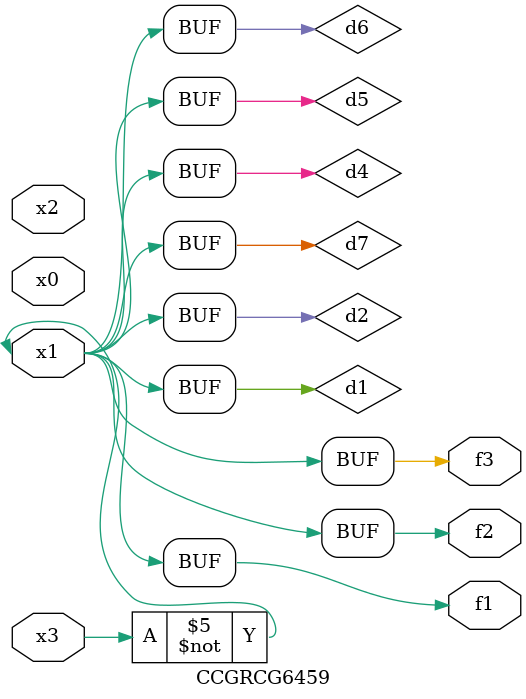
<source format=v>
module CCGRCG6459(
	input x0, x1, x2, x3,
	output f1, f2, f3
);

	wire d1, d2, d3, d4, d5, d6, d7;

	not (d1, x3);
	buf (d2, x1);
	xnor (d3, d1, d2);
	nor (d4, d1);
	buf (d5, d1, d2);
	buf (d6, d4, d5);
	nand (d7, d4);
	assign f1 = d6;
	assign f2 = d7;
	assign f3 = d6;
endmodule

</source>
